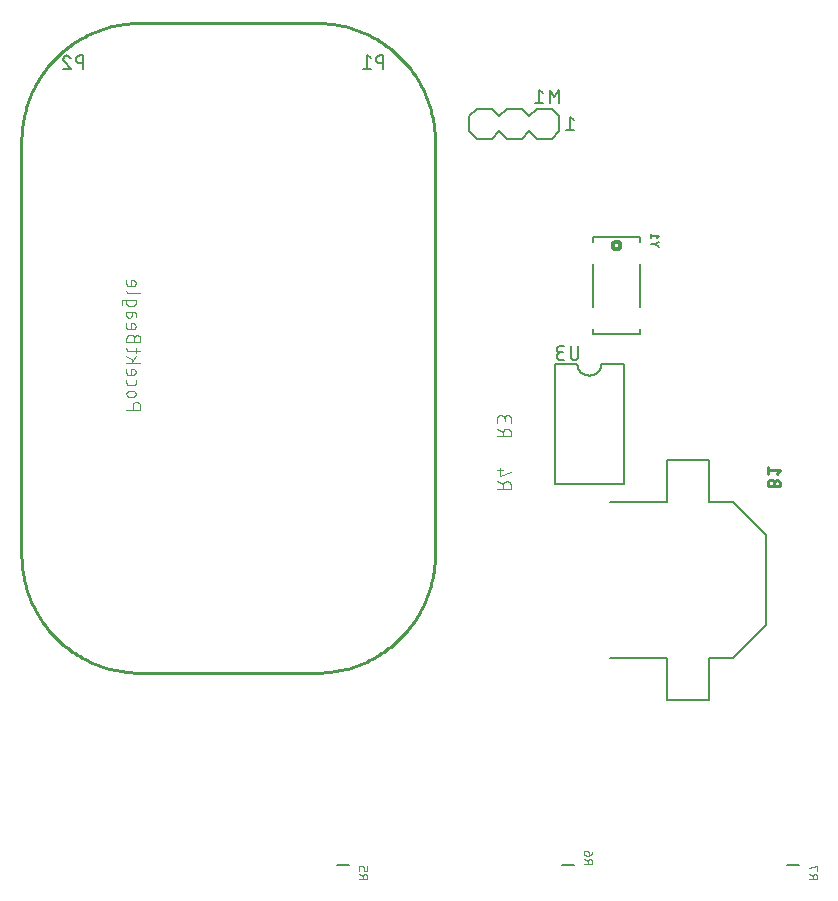
<source format=gbr>
G04 EAGLE Gerber RS-274X export*
G75*
%MOMM*%
%FSLAX34Y34*%
%LPD*%
%INSilkscreen Bottom*%
%IPPOS*%
%AMOC8*
5,1,8,0,0,1.08239X$1,22.5*%
G01*
%ADD10C,0.152400*%
%ADD11C,0.127000*%
%ADD12C,0.101600*%
%ADD13C,0.076200*%
%ADD14C,0.254000*%
%ADD15C,0.203200*%
%ADD16C,0.228600*%
%ADD17C,0.304800*%


D10*
X621030Y728980D02*
X608330Y728980D01*
X601980Y722630D01*
X601980Y709930D02*
X608330Y703580D01*
X601980Y722630D02*
X595630Y728980D01*
X582930Y728980D01*
X576580Y722630D01*
X576580Y709930D02*
X582930Y703580D01*
X595630Y703580D01*
X601980Y709930D01*
X627380Y709930D02*
X627380Y722630D01*
X621030Y728980D01*
X627380Y709930D02*
X621030Y703580D01*
X608330Y703580D01*
X576580Y722630D02*
X570230Y728980D01*
X557530Y728980D01*
X551180Y722630D01*
X551180Y709930D02*
X557530Y703580D01*
X570230Y703580D01*
X576580Y709930D01*
X551180Y709930D02*
X551180Y722630D01*
D11*
X636270Y721995D02*
X639445Y719455D01*
X636270Y721995D02*
X636270Y710565D01*
X639445Y710565D02*
X633095Y710565D01*
X626745Y733425D02*
X626745Y744855D01*
X622935Y738505D01*
X619125Y744855D01*
X619125Y733425D01*
X613537Y742315D02*
X610362Y744855D01*
X610362Y733425D01*
X613537Y733425D02*
X607187Y733425D01*
D12*
X586232Y451545D02*
X574548Y451545D01*
X586232Y451545D02*
X586232Y454790D01*
X586230Y454903D01*
X586224Y455016D01*
X586214Y455129D01*
X586200Y455242D01*
X586183Y455354D01*
X586161Y455465D01*
X586136Y455575D01*
X586106Y455685D01*
X586073Y455793D01*
X586036Y455900D01*
X585996Y456006D01*
X585951Y456110D01*
X585903Y456213D01*
X585852Y456314D01*
X585797Y456413D01*
X585739Y456510D01*
X585677Y456605D01*
X585612Y456698D01*
X585544Y456788D01*
X585473Y456876D01*
X585398Y456962D01*
X585321Y457045D01*
X585241Y457125D01*
X585158Y457202D01*
X585072Y457277D01*
X584984Y457348D01*
X584894Y457416D01*
X584801Y457481D01*
X584706Y457543D01*
X584609Y457601D01*
X584510Y457656D01*
X584409Y457707D01*
X584306Y457755D01*
X584202Y457800D01*
X584096Y457840D01*
X583989Y457877D01*
X583881Y457910D01*
X583771Y457940D01*
X583661Y457965D01*
X583550Y457987D01*
X583438Y458004D01*
X583325Y458018D01*
X583212Y458028D01*
X583099Y458034D01*
X582986Y458036D01*
X582873Y458034D01*
X582760Y458028D01*
X582647Y458018D01*
X582534Y458004D01*
X582422Y457987D01*
X582311Y457965D01*
X582201Y457940D01*
X582091Y457910D01*
X581983Y457877D01*
X581876Y457840D01*
X581770Y457800D01*
X581666Y457755D01*
X581563Y457707D01*
X581462Y457656D01*
X581363Y457601D01*
X581266Y457543D01*
X581171Y457481D01*
X581078Y457416D01*
X580988Y457348D01*
X580900Y457277D01*
X580814Y457202D01*
X580731Y457125D01*
X580651Y457045D01*
X580574Y456962D01*
X580499Y456876D01*
X580428Y456788D01*
X580360Y456698D01*
X580295Y456605D01*
X580233Y456510D01*
X580175Y456413D01*
X580120Y456314D01*
X580069Y456213D01*
X580021Y456110D01*
X579976Y456006D01*
X579936Y455900D01*
X579899Y455793D01*
X579866Y455685D01*
X579836Y455575D01*
X579811Y455465D01*
X579789Y455354D01*
X579772Y455242D01*
X579758Y455129D01*
X579748Y455016D01*
X579742Y454903D01*
X579740Y454790D01*
X579741Y454790D02*
X579741Y451545D01*
X579741Y455439D02*
X574548Y458036D01*
X574548Y462901D02*
X574548Y466146D01*
X574550Y466259D01*
X574556Y466372D01*
X574566Y466485D01*
X574580Y466598D01*
X574597Y466710D01*
X574619Y466821D01*
X574644Y466931D01*
X574674Y467041D01*
X574707Y467149D01*
X574744Y467256D01*
X574784Y467362D01*
X574829Y467466D01*
X574877Y467569D01*
X574928Y467670D01*
X574983Y467769D01*
X575041Y467866D01*
X575103Y467961D01*
X575168Y468054D01*
X575236Y468144D01*
X575307Y468232D01*
X575382Y468318D01*
X575459Y468401D01*
X575539Y468481D01*
X575622Y468558D01*
X575708Y468633D01*
X575796Y468704D01*
X575886Y468772D01*
X575979Y468837D01*
X576074Y468899D01*
X576171Y468957D01*
X576270Y469012D01*
X576371Y469063D01*
X576474Y469111D01*
X576578Y469156D01*
X576684Y469196D01*
X576791Y469233D01*
X576899Y469266D01*
X577009Y469296D01*
X577119Y469321D01*
X577230Y469343D01*
X577342Y469360D01*
X577455Y469374D01*
X577568Y469384D01*
X577681Y469390D01*
X577794Y469392D01*
X577907Y469390D01*
X578020Y469384D01*
X578133Y469374D01*
X578246Y469360D01*
X578358Y469343D01*
X578469Y469321D01*
X578579Y469296D01*
X578689Y469266D01*
X578797Y469233D01*
X578904Y469196D01*
X579010Y469156D01*
X579114Y469111D01*
X579217Y469063D01*
X579318Y469012D01*
X579417Y468957D01*
X579514Y468899D01*
X579609Y468837D01*
X579702Y468772D01*
X579792Y468704D01*
X579880Y468633D01*
X579966Y468558D01*
X580049Y468481D01*
X580129Y468401D01*
X580206Y468318D01*
X580281Y468232D01*
X580352Y468144D01*
X580420Y468054D01*
X580485Y467961D01*
X580547Y467866D01*
X580605Y467769D01*
X580660Y467670D01*
X580711Y467569D01*
X580759Y467466D01*
X580804Y467362D01*
X580844Y467256D01*
X580881Y467149D01*
X580914Y467041D01*
X580944Y466931D01*
X580969Y466821D01*
X580991Y466710D01*
X581008Y466598D01*
X581022Y466485D01*
X581032Y466372D01*
X581038Y466259D01*
X581040Y466146D01*
X586232Y466796D02*
X586232Y462901D01*
X586232Y466796D02*
X586230Y466897D01*
X586224Y466997D01*
X586214Y467097D01*
X586201Y467197D01*
X586183Y467296D01*
X586162Y467395D01*
X586137Y467492D01*
X586108Y467589D01*
X586075Y467684D01*
X586039Y467778D01*
X585999Y467870D01*
X585956Y467961D01*
X585909Y468050D01*
X585859Y468137D01*
X585805Y468223D01*
X585748Y468306D01*
X585688Y468386D01*
X585625Y468465D01*
X585558Y468541D01*
X585489Y468614D01*
X585417Y468684D01*
X585343Y468752D01*
X585266Y468817D01*
X585186Y468878D01*
X585104Y468937D01*
X585020Y468992D01*
X584934Y469044D01*
X584846Y469093D01*
X584756Y469138D01*
X584664Y469180D01*
X584571Y469218D01*
X584476Y469252D01*
X584381Y469283D01*
X584284Y469310D01*
X584186Y469333D01*
X584087Y469353D01*
X583987Y469368D01*
X583887Y469380D01*
X583787Y469388D01*
X583686Y469392D01*
X583586Y469392D01*
X583485Y469388D01*
X583385Y469380D01*
X583285Y469368D01*
X583185Y469353D01*
X583086Y469333D01*
X582988Y469310D01*
X582891Y469283D01*
X582796Y469252D01*
X582701Y469218D01*
X582608Y469180D01*
X582516Y469138D01*
X582426Y469093D01*
X582338Y469044D01*
X582252Y468992D01*
X582168Y468937D01*
X582086Y468878D01*
X582006Y468817D01*
X581929Y468752D01*
X581855Y468684D01*
X581783Y468614D01*
X581714Y468541D01*
X581647Y468465D01*
X581584Y468386D01*
X581524Y468306D01*
X581467Y468223D01*
X581413Y468137D01*
X581363Y468050D01*
X581316Y467961D01*
X581273Y467870D01*
X581233Y467778D01*
X581197Y467684D01*
X581164Y467589D01*
X581135Y467492D01*
X581110Y467395D01*
X581089Y467296D01*
X581071Y467197D01*
X581058Y467097D01*
X581048Y466997D01*
X581042Y466897D01*
X581040Y466796D01*
X581039Y466796D02*
X581039Y464199D01*
X586232Y406908D02*
X574548Y406908D01*
X586232Y406908D02*
X586232Y410154D01*
X586230Y410267D01*
X586224Y410380D01*
X586214Y410493D01*
X586200Y410606D01*
X586183Y410718D01*
X586161Y410829D01*
X586136Y410939D01*
X586106Y411049D01*
X586073Y411157D01*
X586036Y411264D01*
X585996Y411370D01*
X585951Y411474D01*
X585903Y411577D01*
X585852Y411678D01*
X585797Y411777D01*
X585739Y411874D01*
X585677Y411969D01*
X585612Y412062D01*
X585544Y412152D01*
X585473Y412240D01*
X585398Y412326D01*
X585321Y412409D01*
X585241Y412489D01*
X585158Y412566D01*
X585072Y412641D01*
X584984Y412712D01*
X584894Y412780D01*
X584801Y412845D01*
X584706Y412907D01*
X584609Y412965D01*
X584510Y413020D01*
X584409Y413071D01*
X584306Y413119D01*
X584202Y413164D01*
X584096Y413204D01*
X583989Y413241D01*
X583881Y413274D01*
X583771Y413304D01*
X583661Y413329D01*
X583550Y413351D01*
X583438Y413368D01*
X583325Y413382D01*
X583212Y413392D01*
X583099Y413398D01*
X582986Y413400D01*
X582873Y413398D01*
X582760Y413392D01*
X582647Y413382D01*
X582534Y413368D01*
X582422Y413351D01*
X582311Y413329D01*
X582201Y413304D01*
X582091Y413274D01*
X581983Y413241D01*
X581876Y413204D01*
X581770Y413164D01*
X581666Y413119D01*
X581563Y413071D01*
X581462Y413020D01*
X581363Y412965D01*
X581266Y412907D01*
X581171Y412845D01*
X581078Y412780D01*
X580988Y412712D01*
X580900Y412641D01*
X580814Y412566D01*
X580731Y412489D01*
X580651Y412409D01*
X580574Y412326D01*
X580499Y412240D01*
X580428Y412152D01*
X580360Y412062D01*
X580295Y411969D01*
X580233Y411874D01*
X580175Y411777D01*
X580120Y411678D01*
X580069Y411577D01*
X580021Y411474D01*
X579976Y411370D01*
X579936Y411264D01*
X579899Y411157D01*
X579866Y411049D01*
X579836Y410939D01*
X579811Y410829D01*
X579789Y410718D01*
X579772Y410606D01*
X579758Y410493D01*
X579748Y410380D01*
X579742Y410267D01*
X579740Y410154D01*
X579741Y410154D02*
X579741Y406908D01*
X579741Y410803D02*
X574548Y413399D01*
X577144Y418264D02*
X586232Y420861D01*
X577144Y418264D02*
X577144Y424755D01*
X579741Y422808D02*
X574548Y422808D01*
D11*
X449580Y88900D02*
X439420Y88900D01*
D13*
X457581Y76581D02*
X464947Y76581D01*
X464947Y78627D01*
X464945Y78716D01*
X464939Y78805D01*
X464929Y78894D01*
X464916Y78982D01*
X464899Y79070D01*
X464877Y79157D01*
X464852Y79242D01*
X464824Y79327D01*
X464791Y79410D01*
X464755Y79492D01*
X464716Y79572D01*
X464673Y79650D01*
X464627Y79726D01*
X464577Y79801D01*
X464524Y79873D01*
X464468Y79942D01*
X464409Y80009D01*
X464348Y80074D01*
X464283Y80135D01*
X464216Y80194D01*
X464147Y80250D01*
X464075Y80303D01*
X464000Y80353D01*
X463924Y80399D01*
X463846Y80442D01*
X463766Y80481D01*
X463684Y80517D01*
X463601Y80550D01*
X463516Y80578D01*
X463431Y80603D01*
X463344Y80625D01*
X463256Y80642D01*
X463168Y80655D01*
X463079Y80665D01*
X462990Y80671D01*
X462901Y80673D01*
X462812Y80671D01*
X462723Y80665D01*
X462634Y80655D01*
X462546Y80642D01*
X462458Y80625D01*
X462371Y80603D01*
X462286Y80578D01*
X462201Y80550D01*
X462118Y80517D01*
X462036Y80481D01*
X461956Y80442D01*
X461878Y80399D01*
X461802Y80353D01*
X461727Y80303D01*
X461655Y80250D01*
X461586Y80194D01*
X461519Y80135D01*
X461454Y80074D01*
X461393Y80009D01*
X461334Y79942D01*
X461278Y79873D01*
X461225Y79801D01*
X461175Y79726D01*
X461129Y79650D01*
X461086Y79572D01*
X461047Y79492D01*
X461011Y79410D01*
X460978Y79327D01*
X460950Y79242D01*
X460925Y79157D01*
X460903Y79070D01*
X460886Y78982D01*
X460873Y78894D01*
X460863Y78805D01*
X460857Y78716D01*
X460855Y78627D01*
X460855Y76581D01*
X460855Y79036D02*
X457581Y80673D01*
X457581Y83845D02*
X457581Y86300D01*
X457583Y86380D01*
X457589Y86460D01*
X457599Y86540D01*
X457612Y86619D01*
X457630Y86698D01*
X457651Y86775D01*
X457677Y86851D01*
X457706Y86926D01*
X457738Y87000D01*
X457774Y87072D01*
X457814Y87142D01*
X457857Y87209D01*
X457903Y87275D01*
X457953Y87338D01*
X458005Y87399D01*
X458060Y87458D01*
X458119Y87513D01*
X458179Y87565D01*
X458243Y87615D01*
X458309Y87661D01*
X458376Y87704D01*
X458446Y87744D01*
X458518Y87780D01*
X458592Y87812D01*
X458666Y87841D01*
X458743Y87867D01*
X458820Y87888D01*
X458899Y87906D01*
X458978Y87919D01*
X459058Y87929D01*
X459138Y87935D01*
X459218Y87937D01*
X460036Y87937D01*
X460114Y87935D01*
X460192Y87930D01*
X460269Y87920D01*
X460346Y87907D01*
X460422Y87891D01*
X460497Y87871D01*
X460571Y87847D01*
X460644Y87820D01*
X460716Y87789D01*
X460786Y87755D01*
X460855Y87718D01*
X460921Y87677D01*
X460986Y87633D01*
X461048Y87587D01*
X461108Y87537D01*
X461166Y87485D01*
X461221Y87430D01*
X461273Y87372D01*
X461323Y87312D01*
X461369Y87250D01*
X461413Y87185D01*
X461454Y87119D01*
X461491Y87050D01*
X461525Y86980D01*
X461556Y86908D01*
X461583Y86835D01*
X461607Y86761D01*
X461627Y86686D01*
X461643Y86610D01*
X461656Y86533D01*
X461666Y86456D01*
X461671Y86378D01*
X461673Y86300D01*
X461673Y83845D01*
X464947Y83845D01*
X464947Y87937D01*
D11*
X629920Y88900D02*
X640080Y88900D01*
D13*
X648081Y89281D02*
X655447Y89281D01*
X655447Y91327D01*
X655445Y91416D01*
X655439Y91505D01*
X655429Y91594D01*
X655416Y91682D01*
X655399Y91770D01*
X655377Y91857D01*
X655352Y91942D01*
X655324Y92027D01*
X655291Y92110D01*
X655255Y92192D01*
X655216Y92272D01*
X655173Y92350D01*
X655127Y92426D01*
X655077Y92501D01*
X655024Y92573D01*
X654968Y92642D01*
X654909Y92709D01*
X654848Y92774D01*
X654783Y92835D01*
X654716Y92894D01*
X654647Y92950D01*
X654575Y93003D01*
X654500Y93053D01*
X654424Y93099D01*
X654346Y93142D01*
X654266Y93181D01*
X654184Y93217D01*
X654101Y93250D01*
X654016Y93278D01*
X653931Y93303D01*
X653844Y93325D01*
X653756Y93342D01*
X653668Y93355D01*
X653579Y93365D01*
X653490Y93371D01*
X653401Y93373D01*
X653312Y93371D01*
X653223Y93365D01*
X653134Y93355D01*
X653046Y93342D01*
X652958Y93325D01*
X652871Y93303D01*
X652786Y93278D01*
X652701Y93250D01*
X652618Y93217D01*
X652536Y93181D01*
X652456Y93142D01*
X652378Y93099D01*
X652302Y93053D01*
X652227Y93003D01*
X652155Y92950D01*
X652086Y92894D01*
X652019Y92835D01*
X651954Y92774D01*
X651893Y92709D01*
X651834Y92642D01*
X651778Y92573D01*
X651725Y92501D01*
X651675Y92426D01*
X651629Y92350D01*
X651586Y92272D01*
X651547Y92192D01*
X651511Y92110D01*
X651478Y92027D01*
X651450Y91942D01*
X651425Y91857D01*
X651403Y91770D01*
X651386Y91682D01*
X651373Y91594D01*
X651363Y91505D01*
X651357Y91416D01*
X651355Y91327D01*
X651355Y89281D01*
X651355Y91736D02*
X648081Y93373D01*
X652173Y96545D02*
X652173Y99000D01*
X652171Y99078D01*
X652166Y99156D01*
X652156Y99233D01*
X652143Y99310D01*
X652127Y99386D01*
X652107Y99461D01*
X652083Y99535D01*
X652056Y99608D01*
X652025Y99680D01*
X651991Y99750D01*
X651954Y99819D01*
X651913Y99885D01*
X651869Y99950D01*
X651823Y100012D01*
X651773Y100072D01*
X651721Y100130D01*
X651666Y100185D01*
X651608Y100237D01*
X651548Y100287D01*
X651486Y100333D01*
X651421Y100377D01*
X651355Y100418D01*
X651286Y100455D01*
X651216Y100489D01*
X651144Y100520D01*
X651071Y100547D01*
X650997Y100571D01*
X650922Y100591D01*
X650846Y100607D01*
X650769Y100620D01*
X650692Y100630D01*
X650614Y100635D01*
X650536Y100637D01*
X650127Y100637D01*
X650038Y100635D01*
X649949Y100629D01*
X649860Y100619D01*
X649772Y100606D01*
X649684Y100589D01*
X649597Y100567D01*
X649512Y100542D01*
X649427Y100514D01*
X649344Y100481D01*
X649262Y100445D01*
X649182Y100406D01*
X649104Y100363D01*
X649028Y100317D01*
X648953Y100267D01*
X648881Y100214D01*
X648812Y100158D01*
X648745Y100099D01*
X648680Y100038D01*
X648619Y99973D01*
X648560Y99906D01*
X648504Y99837D01*
X648451Y99765D01*
X648401Y99690D01*
X648355Y99614D01*
X648312Y99536D01*
X648273Y99456D01*
X648237Y99374D01*
X648204Y99291D01*
X648176Y99206D01*
X648151Y99121D01*
X648129Y99034D01*
X648112Y98946D01*
X648099Y98858D01*
X648089Y98769D01*
X648083Y98680D01*
X648081Y98591D01*
X648083Y98502D01*
X648089Y98413D01*
X648099Y98324D01*
X648112Y98236D01*
X648129Y98148D01*
X648151Y98061D01*
X648176Y97976D01*
X648204Y97891D01*
X648237Y97808D01*
X648273Y97726D01*
X648312Y97646D01*
X648355Y97568D01*
X648401Y97492D01*
X648451Y97417D01*
X648504Y97345D01*
X648560Y97276D01*
X648619Y97209D01*
X648680Y97144D01*
X648745Y97083D01*
X648812Y97024D01*
X648881Y96968D01*
X648953Y96915D01*
X649028Y96865D01*
X649104Y96819D01*
X649182Y96776D01*
X649262Y96737D01*
X649344Y96701D01*
X649427Y96668D01*
X649512Y96640D01*
X649597Y96615D01*
X649684Y96593D01*
X649772Y96576D01*
X649860Y96563D01*
X649949Y96553D01*
X650038Y96547D01*
X650127Y96545D01*
X652173Y96545D01*
X652287Y96547D01*
X652401Y96553D01*
X652515Y96563D01*
X652629Y96577D01*
X652742Y96595D01*
X652854Y96617D01*
X652965Y96642D01*
X653075Y96672D01*
X653185Y96705D01*
X653293Y96742D01*
X653399Y96783D01*
X653505Y96828D01*
X653608Y96876D01*
X653710Y96928D01*
X653810Y96984D01*
X653908Y97042D01*
X654004Y97105D01*
X654097Y97170D01*
X654189Y97239D01*
X654277Y97311D01*
X654364Y97386D01*
X654447Y97464D01*
X654528Y97545D01*
X654606Y97628D01*
X654681Y97715D01*
X654753Y97803D01*
X654822Y97895D01*
X654887Y97988D01*
X654949Y98084D01*
X655008Y98182D01*
X655064Y98282D01*
X655116Y98384D01*
X655164Y98487D01*
X655209Y98593D01*
X655250Y98699D01*
X655287Y98807D01*
X655320Y98917D01*
X655350Y99027D01*
X655375Y99138D01*
X655397Y99250D01*
X655415Y99363D01*
X655429Y99477D01*
X655439Y99591D01*
X655445Y99705D01*
X655447Y99819D01*
D11*
X820420Y88900D02*
X830580Y88900D01*
D13*
X838581Y76581D02*
X845947Y76581D01*
X845947Y78627D01*
X845945Y78716D01*
X845939Y78805D01*
X845929Y78894D01*
X845916Y78982D01*
X845899Y79070D01*
X845877Y79157D01*
X845852Y79242D01*
X845824Y79327D01*
X845791Y79410D01*
X845755Y79492D01*
X845716Y79572D01*
X845673Y79650D01*
X845627Y79726D01*
X845577Y79801D01*
X845524Y79873D01*
X845468Y79942D01*
X845409Y80009D01*
X845348Y80074D01*
X845283Y80135D01*
X845216Y80194D01*
X845147Y80250D01*
X845075Y80303D01*
X845000Y80353D01*
X844924Y80399D01*
X844846Y80442D01*
X844766Y80481D01*
X844684Y80517D01*
X844601Y80550D01*
X844516Y80578D01*
X844431Y80603D01*
X844344Y80625D01*
X844256Y80642D01*
X844168Y80655D01*
X844079Y80665D01*
X843990Y80671D01*
X843901Y80673D01*
X843812Y80671D01*
X843723Y80665D01*
X843634Y80655D01*
X843546Y80642D01*
X843458Y80625D01*
X843371Y80603D01*
X843286Y80578D01*
X843201Y80550D01*
X843118Y80517D01*
X843036Y80481D01*
X842956Y80442D01*
X842878Y80399D01*
X842802Y80353D01*
X842727Y80303D01*
X842655Y80250D01*
X842586Y80194D01*
X842519Y80135D01*
X842454Y80074D01*
X842393Y80009D01*
X842334Y79942D01*
X842278Y79873D01*
X842225Y79801D01*
X842175Y79726D01*
X842129Y79650D01*
X842086Y79572D01*
X842047Y79492D01*
X842011Y79410D01*
X841978Y79327D01*
X841950Y79242D01*
X841925Y79157D01*
X841903Y79070D01*
X841886Y78982D01*
X841873Y78894D01*
X841863Y78805D01*
X841857Y78716D01*
X841855Y78627D01*
X841855Y76581D01*
X841855Y79036D02*
X838581Y80673D01*
X845129Y83845D02*
X845947Y83845D01*
X845947Y87937D01*
X838581Y85891D01*
D14*
X171970Y351370D02*
X171970Y701370D01*
X171999Y703786D01*
X172087Y706201D01*
X172233Y708613D01*
X172437Y711021D01*
X172699Y713424D01*
X173019Y715819D01*
X173397Y718206D01*
X173833Y720583D01*
X174326Y722948D01*
X174876Y725302D01*
X175482Y727641D01*
X176145Y729965D01*
X176864Y732272D01*
X177639Y734561D01*
X178468Y736830D01*
X179353Y739079D01*
X180291Y741306D01*
X181283Y743510D01*
X182327Y745689D01*
X183424Y747842D01*
X184573Y749968D01*
X185773Y752066D01*
X187023Y754134D01*
X188323Y756171D01*
X189672Y758176D01*
X191068Y760149D01*
X192512Y762086D01*
X194003Y763989D01*
X195538Y765854D01*
X197119Y767682D01*
X198743Y769472D01*
X200410Y771221D01*
X202119Y772930D01*
X203868Y774597D01*
X205658Y776221D01*
X207486Y777802D01*
X209351Y779337D01*
X211254Y780828D01*
X213191Y782272D01*
X215164Y783668D01*
X217169Y785017D01*
X219206Y786317D01*
X221274Y787567D01*
X223372Y788767D01*
X225498Y789916D01*
X227651Y791013D01*
X229830Y792057D01*
X232034Y793049D01*
X234261Y793987D01*
X236510Y794872D01*
X238779Y795701D01*
X241068Y796476D01*
X243375Y797195D01*
X245699Y797858D01*
X248038Y798464D01*
X250392Y799014D01*
X252757Y799507D01*
X255134Y799943D01*
X257521Y800321D01*
X259916Y800641D01*
X262319Y800903D01*
X264727Y801107D01*
X267139Y801253D01*
X269554Y801341D01*
X271970Y801370D01*
X421970Y801370D01*
X424386Y801341D01*
X426801Y801253D01*
X429213Y801107D01*
X431621Y800903D01*
X434024Y800641D01*
X436419Y800321D01*
X438806Y799943D01*
X441183Y799507D01*
X443548Y799014D01*
X445902Y798464D01*
X448241Y797858D01*
X450565Y797195D01*
X452872Y796476D01*
X455161Y795701D01*
X457430Y794872D01*
X459679Y793987D01*
X461906Y793049D01*
X464110Y792057D01*
X466289Y791013D01*
X468442Y789916D01*
X470568Y788767D01*
X472666Y787567D01*
X474734Y786317D01*
X476771Y785017D01*
X478776Y783668D01*
X480749Y782272D01*
X482686Y780828D01*
X484589Y779337D01*
X486454Y777802D01*
X488282Y776221D01*
X490072Y774597D01*
X491821Y772930D01*
X493530Y771221D01*
X495197Y769472D01*
X496821Y767682D01*
X498402Y765854D01*
X499937Y763989D01*
X501428Y762086D01*
X502872Y760149D01*
X504268Y758176D01*
X505617Y756171D01*
X506917Y754134D01*
X508167Y752066D01*
X509367Y749968D01*
X510516Y747842D01*
X511613Y745689D01*
X512657Y743510D01*
X513649Y741306D01*
X514587Y739079D01*
X515472Y736830D01*
X516301Y734561D01*
X517076Y732272D01*
X517795Y729965D01*
X518458Y727641D01*
X519064Y725302D01*
X519614Y722948D01*
X520107Y720583D01*
X520543Y718206D01*
X520921Y715819D01*
X521241Y713424D01*
X521503Y711021D01*
X521707Y708613D01*
X521853Y706201D01*
X521941Y703786D01*
X521970Y701370D01*
X521970Y351370D01*
X521941Y348954D01*
X521853Y346539D01*
X521707Y344127D01*
X521503Y341719D01*
X521241Y339316D01*
X520921Y336921D01*
X520543Y334534D01*
X520107Y332157D01*
X519614Y329792D01*
X519064Y327438D01*
X518458Y325099D01*
X517795Y322775D01*
X517076Y320468D01*
X516301Y318179D01*
X515472Y315910D01*
X514587Y313661D01*
X513649Y311434D01*
X512657Y309230D01*
X511613Y307051D01*
X510516Y304898D01*
X509367Y302772D01*
X508167Y300674D01*
X506917Y298606D01*
X505617Y296569D01*
X504268Y294564D01*
X502872Y292591D01*
X501428Y290654D01*
X499937Y288751D01*
X498402Y286886D01*
X496821Y285058D01*
X495197Y283268D01*
X493530Y281519D01*
X491821Y279810D01*
X490072Y278143D01*
X488282Y276519D01*
X486454Y274938D01*
X484589Y273403D01*
X482686Y271912D01*
X480749Y270468D01*
X478776Y269072D01*
X476771Y267723D01*
X474734Y266423D01*
X472666Y265173D01*
X470568Y263973D01*
X468442Y262824D01*
X466289Y261727D01*
X464110Y260683D01*
X461906Y259691D01*
X459679Y258753D01*
X457430Y257868D01*
X455161Y257039D01*
X452872Y256264D01*
X450565Y255545D01*
X448241Y254882D01*
X445902Y254276D01*
X443548Y253726D01*
X441183Y253233D01*
X438806Y252797D01*
X436419Y252419D01*
X434024Y252099D01*
X431621Y251837D01*
X429213Y251633D01*
X426801Y251487D01*
X424386Y251399D01*
X421970Y251370D01*
X271970Y251370D01*
X269554Y251399D01*
X267139Y251487D01*
X264727Y251633D01*
X262319Y251837D01*
X259916Y252099D01*
X257521Y252419D01*
X255134Y252797D01*
X252757Y253233D01*
X250392Y253726D01*
X248038Y254276D01*
X245699Y254882D01*
X243375Y255545D01*
X241068Y256264D01*
X238779Y257039D01*
X236510Y257868D01*
X234261Y258753D01*
X232034Y259691D01*
X229830Y260683D01*
X227651Y261727D01*
X225498Y262824D01*
X223372Y263973D01*
X221274Y265173D01*
X219206Y266423D01*
X217169Y267723D01*
X215164Y269072D01*
X213191Y270468D01*
X211254Y271912D01*
X209351Y273403D01*
X207486Y274938D01*
X205658Y276519D01*
X203868Y278143D01*
X202119Y279810D01*
X200410Y281519D01*
X198743Y283268D01*
X197119Y285058D01*
X195538Y286886D01*
X194003Y288751D01*
X192512Y290654D01*
X191068Y292591D01*
X189672Y294564D01*
X188323Y296569D01*
X187023Y298606D01*
X185773Y300674D01*
X184573Y302772D01*
X183424Y304898D01*
X182327Y307051D01*
X181283Y309230D01*
X180291Y311434D01*
X179353Y313661D01*
X178468Y315910D01*
X177639Y318179D01*
X176864Y320468D01*
X176145Y322775D01*
X175482Y325099D01*
X174876Y327438D01*
X174326Y329792D01*
X173833Y332157D01*
X173397Y334534D01*
X173019Y336921D01*
X172699Y339316D01*
X172437Y341719D01*
X172233Y344127D01*
X172087Y346539D01*
X171999Y348954D01*
X171970Y351370D01*
D10*
X478423Y762762D02*
X478423Y773938D01*
X475319Y773938D01*
X475208Y773936D01*
X475098Y773930D01*
X474987Y773920D01*
X474877Y773906D01*
X474768Y773889D01*
X474659Y773867D01*
X474551Y773842D01*
X474445Y773812D01*
X474339Y773779D01*
X474234Y773742D01*
X474131Y773702D01*
X474030Y773657D01*
X473930Y773610D01*
X473831Y773558D01*
X473735Y773503D01*
X473641Y773445D01*
X473549Y773384D01*
X473459Y773319D01*
X473371Y773251D01*
X473286Y773180D01*
X473204Y773106D01*
X473124Y773029D01*
X473047Y772949D01*
X472973Y772867D01*
X472902Y772782D01*
X472834Y772694D01*
X472769Y772604D01*
X472708Y772512D01*
X472650Y772418D01*
X472595Y772322D01*
X472543Y772223D01*
X472496Y772123D01*
X472451Y772022D01*
X472411Y771919D01*
X472374Y771814D01*
X472341Y771708D01*
X472311Y771602D01*
X472286Y771494D01*
X472264Y771385D01*
X472247Y771276D01*
X472233Y771166D01*
X472223Y771055D01*
X472217Y770945D01*
X472215Y770834D01*
X472217Y770723D01*
X472223Y770613D01*
X472233Y770502D01*
X472247Y770392D01*
X472264Y770283D01*
X472286Y770174D01*
X472311Y770066D01*
X472341Y769960D01*
X472374Y769854D01*
X472411Y769749D01*
X472451Y769646D01*
X472496Y769545D01*
X472543Y769445D01*
X472595Y769346D01*
X472650Y769250D01*
X472708Y769156D01*
X472769Y769064D01*
X472834Y768974D01*
X472902Y768886D01*
X472973Y768801D01*
X473047Y768719D01*
X473124Y768639D01*
X473204Y768562D01*
X473286Y768488D01*
X473371Y768417D01*
X473459Y768349D01*
X473549Y768284D01*
X473641Y768223D01*
X473735Y768165D01*
X473831Y768110D01*
X473930Y768058D01*
X474030Y768011D01*
X474131Y767966D01*
X474234Y767926D01*
X474339Y767889D01*
X474445Y767856D01*
X474551Y767826D01*
X474659Y767801D01*
X474768Y767779D01*
X474877Y767762D01*
X474987Y767748D01*
X475098Y767738D01*
X475208Y767732D01*
X475319Y767730D01*
X475319Y767729D02*
X478423Y767729D01*
X467586Y771454D02*
X464481Y773938D01*
X464481Y762762D01*
X461377Y762762D02*
X467586Y762762D01*
X224423Y762762D02*
X224423Y773938D01*
X221319Y773938D01*
X221208Y773936D01*
X221098Y773930D01*
X220987Y773920D01*
X220877Y773906D01*
X220768Y773889D01*
X220659Y773867D01*
X220551Y773842D01*
X220445Y773812D01*
X220339Y773779D01*
X220234Y773742D01*
X220131Y773702D01*
X220030Y773657D01*
X219930Y773610D01*
X219831Y773558D01*
X219735Y773503D01*
X219641Y773445D01*
X219549Y773384D01*
X219459Y773319D01*
X219371Y773251D01*
X219286Y773180D01*
X219204Y773106D01*
X219124Y773029D01*
X219047Y772949D01*
X218973Y772867D01*
X218902Y772782D01*
X218834Y772694D01*
X218769Y772604D01*
X218708Y772512D01*
X218650Y772418D01*
X218595Y772322D01*
X218543Y772223D01*
X218496Y772123D01*
X218451Y772022D01*
X218411Y771919D01*
X218374Y771814D01*
X218341Y771708D01*
X218311Y771602D01*
X218286Y771494D01*
X218264Y771385D01*
X218247Y771276D01*
X218233Y771166D01*
X218223Y771055D01*
X218217Y770945D01*
X218215Y770834D01*
X218217Y770723D01*
X218223Y770613D01*
X218233Y770502D01*
X218247Y770392D01*
X218264Y770283D01*
X218286Y770174D01*
X218311Y770066D01*
X218341Y769960D01*
X218374Y769854D01*
X218411Y769749D01*
X218451Y769646D01*
X218496Y769545D01*
X218543Y769445D01*
X218595Y769346D01*
X218650Y769250D01*
X218708Y769156D01*
X218769Y769064D01*
X218834Y768974D01*
X218902Y768886D01*
X218973Y768801D01*
X219047Y768719D01*
X219124Y768639D01*
X219204Y768562D01*
X219286Y768488D01*
X219371Y768417D01*
X219459Y768349D01*
X219549Y768284D01*
X219641Y768223D01*
X219735Y768165D01*
X219831Y768110D01*
X219930Y768058D01*
X220030Y768011D01*
X220131Y767966D01*
X220234Y767926D01*
X220339Y767889D01*
X220445Y767856D01*
X220551Y767826D01*
X220659Y767801D01*
X220768Y767779D01*
X220877Y767762D01*
X220987Y767748D01*
X221098Y767738D01*
X221208Y767732D01*
X221319Y767730D01*
X221319Y767729D02*
X224423Y767729D01*
X210171Y773938D02*
X210067Y773936D01*
X209962Y773930D01*
X209858Y773920D01*
X209755Y773907D01*
X209652Y773889D01*
X209549Y773868D01*
X209448Y773843D01*
X209347Y773814D01*
X209248Y773781D01*
X209150Y773745D01*
X209054Y773705D01*
X208959Y773661D01*
X208865Y773614D01*
X208774Y773564D01*
X208685Y773510D01*
X208597Y773453D01*
X208512Y773392D01*
X208429Y773328D01*
X208349Y773262D01*
X208271Y773192D01*
X208195Y773120D01*
X208123Y773044D01*
X208053Y772966D01*
X207987Y772886D01*
X207923Y772803D01*
X207862Y772718D01*
X207805Y772630D01*
X207751Y772541D01*
X207701Y772450D01*
X207654Y772356D01*
X207610Y772261D01*
X207570Y772165D01*
X207534Y772067D01*
X207501Y771968D01*
X207472Y771867D01*
X207447Y771766D01*
X207426Y771663D01*
X207408Y771560D01*
X207395Y771457D01*
X207385Y771353D01*
X207379Y771248D01*
X207377Y771144D01*
X210171Y773939D02*
X210290Y773937D01*
X210408Y773931D01*
X210527Y773921D01*
X210645Y773908D01*
X210762Y773890D01*
X210879Y773868D01*
X210995Y773843D01*
X211110Y773814D01*
X211225Y773781D01*
X211338Y773744D01*
X211449Y773704D01*
X211560Y773660D01*
X211668Y773612D01*
X211775Y773561D01*
X211881Y773506D01*
X211984Y773447D01*
X212086Y773386D01*
X212185Y773321D01*
X212283Y773252D01*
X212377Y773181D01*
X212470Y773106D01*
X212560Y773029D01*
X212647Y772948D01*
X212732Y772865D01*
X212814Y772779D01*
X212893Y772690D01*
X212969Y772599D01*
X213042Y772505D01*
X213111Y772409D01*
X213178Y772310D01*
X213241Y772210D01*
X213301Y772107D01*
X213358Y772003D01*
X213410Y771896D01*
X213460Y771788D01*
X213506Y771679D01*
X213548Y771567D01*
X213586Y771455D01*
X208308Y768971D02*
X208233Y769045D01*
X208161Y769122D01*
X208091Y769201D01*
X208024Y769283D01*
X207960Y769367D01*
X207899Y769453D01*
X207841Y769541D01*
X207786Y769632D01*
X207734Y769724D01*
X207686Y769818D01*
X207641Y769913D01*
X207599Y770011D01*
X207561Y770109D01*
X207526Y770209D01*
X207495Y770310D01*
X207468Y770412D01*
X207444Y770515D01*
X207423Y770618D01*
X207407Y770723D01*
X207394Y770828D01*
X207384Y770933D01*
X207379Y771038D01*
X207377Y771144D01*
X208308Y768971D02*
X213586Y762762D01*
X207377Y762762D01*
D12*
X260858Y474007D02*
X272542Y474007D01*
X272542Y477252D01*
X272540Y477365D01*
X272534Y477478D01*
X272524Y477591D01*
X272510Y477704D01*
X272493Y477816D01*
X272471Y477927D01*
X272446Y478037D01*
X272416Y478147D01*
X272383Y478255D01*
X272346Y478362D01*
X272306Y478468D01*
X272261Y478572D01*
X272213Y478675D01*
X272162Y478776D01*
X272107Y478875D01*
X272049Y478972D01*
X271987Y479067D01*
X271922Y479160D01*
X271854Y479250D01*
X271783Y479338D01*
X271708Y479424D01*
X271631Y479507D01*
X271551Y479587D01*
X271468Y479664D01*
X271382Y479739D01*
X271294Y479810D01*
X271204Y479878D01*
X271111Y479943D01*
X271016Y480005D01*
X270919Y480063D01*
X270820Y480118D01*
X270719Y480169D01*
X270616Y480217D01*
X270512Y480262D01*
X270406Y480302D01*
X270299Y480339D01*
X270191Y480372D01*
X270081Y480402D01*
X269971Y480427D01*
X269860Y480449D01*
X269748Y480466D01*
X269635Y480480D01*
X269522Y480490D01*
X269409Y480496D01*
X269296Y480498D01*
X269183Y480496D01*
X269070Y480490D01*
X268957Y480480D01*
X268844Y480466D01*
X268732Y480449D01*
X268621Y480427D01*
X268511Y480402D01*
X268401Y480372D01*
X268293Y480339D01*
X268186Y480302D01*
X268080Y480262D01*
X267976Y480217D01*
X267873Y480169D01*
X267772Y480118D01*
X267673Y480063D01*
X267576Y480005D01*
X267481Y479943D01*
X267388Y479878D01*
X267298Y479810D01*
X267210Y479739D01*
X267124Y479664D01*
X267041Y479587D01*
X266961Y479507D01*
X266884Y479424D01*
X266809Y479338D01*
X266738Y479250D01*
X266670Y479160D01*
X266605Y479067D01*
X266543Y478972D01*
X266485Y478875D01*
X266430Y478776D01*
X266379Y478675D01*
X266331Y478572D01*
X266286Y478468D01*
X266246Y478362D01*
X266209Y478255D01*
X266176Y478147D01*
X266146Y478037D01*
X266121Y477927D01*
X266099Y477816D01*
X266082Y477704D01*
X266068Y477591D01*
X266058Y477478D01*
X266052Y477365D01*
X266050Y477252D01*
X266051Y477252D02*
X266051Y474007D01*
X266051Y484773D02*
X263454Y484773D01*
X266051Y484774D02*
X266152Y484776D01*
X266252Y484782D01*
X266352Y484792D01*
X266452Y484805D01*
X266551Y484823D01*
X266650Y484844D01*
X266747Y484869D01*
X266844Y484898D01*
X266939Y484931D01*
X267033Y484967D01*
X267125Y485007D01*
X267216Y485050D01*
X267305Y485097D01*
X267392Y485147D01*
X267478Y485201D01*
X267561Y485258D01*
X267641Y485318D01*
X267720Y485381D01*
X267796Y485448D01*
X267869Y485517D01*
X267939Y485589D01*
X268007Y485663D01*
X268072Y485740D01*
X268133Y485820D01*
X268192Y485902D01*
X268247Y485986D01*
X268299Y486072D01*
X268348Y486160D01*
X268393Y486250D01*
X268435Y486342D01*
X268473Y486435D01*
X268507Y486530D01*
X268538Y486625D01*
X268565Y486722D01*
X268588Y486820D01*
X268608Y486919D01*
X268623Y487019D01*
X268635Y487119D01*
X268643Y487219D01*
X268647Y487320D01*
X268647Y487420D01*
X268643Y487521D01*
X268635Y487621D01*
X268623Y487721D01*
X268608Y487821D01*
X268588Y487920D01*
X268565Y488018D01*
X268538Y488115D01*
X268507Y488210D01*
X268473Y488305D01*
X268435Y488398D01*
X268393Y488490D01*
X268348Y488580D01*
X268299Y488668D01*
X268247Y488754D01*
X268192Y488838D01*
X268133Y488920D01*
X268072Y489000D01*
X268007Y489077D01*
X267939Y489151D01*
X267869Y489223D01*
X267796Y489292D01*
X267720Y489359D01*
X267641Y489422D01*
X267561Y489482D01*
X267478Y489539D01*
X267392Y489593D01*
X267305Y489643D01*
X267216Y489690D01*
X267125Y489733D01*
X267033Y489773D01*
X266939Y489809D01*
X266844Y489842D01*
X266747Y489871D01*
X266650Y489896D01*
X266551Y489917D01*
X266452Y489935D01*
X266352Y489948D01*
X266252Y489958D01*
X266152Y489964D01*
X266051Y489966D01*
X263454Y489966D01*
X263353Y489964D01*
X263253Y489958D01*
X263153Y489948D01*
X263053Y489935D01*
X262954Y489917D01*
X262855Y489896D01*
X262758Y489871D01*
X262661Y489842D01*
X262566Y489809D01*
X262472Y489773D01*
X262380Y489733D01*
X262289Y489690D01*
X262200Y489643D01*
X262113Y489593D01*
X262027Y489539D01*
X261944Y489482D01*
X261864Y489422D01*
X261785Y489359D01*
X261709Y489292D01*
X261636Y489223D01*
X261566Y489151D01*
X261498Y489077D01*
X261433Y489000D01*
X261372Y488920D01*
X261313Y488838D01*
X261258Y488754D01*
X261206Y488668D01*
X261157Y488580D01*
X261112Y488490D01*
X261070Y488398D01*
X261032Y488305D01*
X260998Y488210D01*
X260967Y488115D01*
X260940Y488018D01*
X260917Y487920D01*
X260897Y487821D01*
X260882Y487721D01*
X260870Y487621D01*
X260862Y487521D01*
X260858Y487420D01*
X260858Y487320D01*
X260862Y487219D01*
X260870Y487119D01*
X260882Y487019D01*
X260897Y486919D01*
X260917Y486820D01*
X260940Y486722D01*
X260967Y486625D01*
X260998Y486530D01*
X261032Y486435D01*
X261070Y486342D01*
X261112Y486250D01*
X261157Y486160D01*
X261206Y486072D01*
X261258Y485986D01*
X261313Y485902D01*
X261372Y485820D01*
X261433Y485740D01*
X261498Y485663D01*
X261566Y485589D01*
X261636Y485517D01*
X261709Y485448D01*
X261785Y485381D01*
X261864Y485318D01*
X261944Y485258D01*
X262027Y485201D01*
X262113Y485147D01*
X262200Y485097D01*
X262289Y485050D01*
X262380Y485007D01*
X262472Y484967D01*
X262566Y484931D01*
X262661Y484898D01*
X262758Y484869D01*
X262855Y484844D01*
X262954Y484823D01*
X263053Y484805D01*
X263153Y484792D01*
X263253Y484782D01*
X263353Y484776D01*
X263454Y484774D01*
X260858Y496640D02*
X260858Y499236D01*
X260858Y496640D02*
X260860Y496553D01*
X260866Y496465D01*
X260876Y496379D01*
X260889Y496292D01*
X260907Y496207D01*
X260928Y496122D01*
X260953Y496038D01*
X260982Y495956D01*
X261015Y495875D01*
X261051Y495795D01*
X261090Y495717D01*
X261134Y495641D01*
X261180Y495567D01*
X261230Y495496D01*
X261283Y495426D01*
X261339Y495359D01*
X261398Y495295D01*
X261460Y495233D01*
X261524Y495174D01*
X261591Y495118D01*
X261661Y495065D01*
X261732Y495015D01*
X261806Y494969D01*
X261882Y494925D01*
X261960Y494886D01*
X262040Y494850D01*
X262121Y494817D01*
X262203Y494788D01*
X262287Y494763D01*
X262372Y494742D01*
X262457Y494724D01*
X262544Y494711D01*
X262630Y494701D01*
X262718Y494695D01*
X262805Y494693D01*
X266700Y494693D01*
X266787Y494695D01*
X266875Y494701D01*
X266961Y494711D01*
X267048Y494724D01*
X267133Y494742D01*
X267218Y494763D01*
X267302Y494788D01*
X267384Y494817D01*
X267465Y494850D01*
X267545Y494886D01*
X267623Y494925D01*
X267699Y494969D01*
X267773Y495015D01*
X267844Y495065D01*
X267914Y495118D01*
X267981Y495174D01*
X268045Y495233D01*
X268107Y495295D01*
X268166Y495359D01*
X268222Y495426D01*
X268275Y495496D01*
X268325Y495567D01*
X268371Y495641D01*
X268415Y495717D01*
X268454Y495795D01*
X268490Y495875D01*
X268523Y495956D01*
X268552Y496038D01*
X268577Y496122D01*
X268598Y496207D01*
X268616Y496292D01*
X268629Y496379D01*
X268639Y496465D01*
X268645Y496553D01*
X268647Y496640D01*
X268647Y499236D01*
X260858Y505390D02*
X260858Y508635D01*
X260858Y505390D02*
X260860Y505303D01*
X260866Y505215D01*
X260876Y505129D01*
X260889Y505042D01*
X260907Y504957D01*
X260928Y504872D01*
X260953Y504788D01*
X260982Y504706D01*
X261015Y504625D01*
X261051Y504545D01*
X261090Y504467D01*
X261134Y504391D01*
X261180Y504317D01*
X261230Y504246D01*
X261283Y504176D01*
X261339Y504109D01*
X261398Y504045D01*
X261460Y503983D01*
X261524Y503924D01*
X261591Y503868D01*
X261661Y503815D01*
X261732Y503765D01*
X261806Y503719D01*
X261882Y503675D01*
X261960Y503636D01*
X262040Y503600D01*
X262121Y503567D01*
X262203Y503538D01*
X262287Y503513D01*
X262372Y503492D01*
X262457Y503474D01*
X262544Y503461D01*
X262630Y503451D01*
X262718Y503445D01*
X262805Y503443D01*
X262805Y503442D02*
X266051Y503442D01*
X266051Y503443D02*
X266152Y503445D01*
X266252Y503451D01*
X266352Y503461D01*
X266452Y503474D01*
X266551Y503492D01*
X266650Y503513D01*
X266747Y503538D01*
X266844Y503567D01*
X266939Y503600D01*
X267033Y503636D01*
X267125Y503676D01*
X267216Y503719D01*
X267305Y503766D01*
X267392Y503816D01*
X267478Y503870D01*
X267561Y503927D01*
X267641Y503987D01*
X267720Y504050D01*
X267796Y504117D01*
X267869Y504186D01*
X267939Y504258D01*
X268007Y504332D01*
X268072Y504409D01*
X268133Y504489D01*
X268192Y504571D01*
X268247Y504655D01*
X268299Y504741D01*
X268348Y504829D01*
X268393Y504919D01*
X268435Y505011D01*
X268473Y505104D01*
X268507Y505199D01*
X268538Y505294D01*
X268565Y505391D01*
X268588Y505489D01*
X268608Y505588D01*
X268623Y505688D01*
X268635Y505788D01*
X268643Y505888D01*
X268647Y505989D01*
X268647Y506089D01*
X268643Y506190D01*
X268635Y506290D01*
X268623Y506390D01*
X268608Y506490D01*
X268588Y506589D01*
X268565Y506687D01*
X268538Y506784D01*
X268507Y506879D01*
X268473Y506974D01*
X268435Y507067D01*
X268393Y507159D01*
X268348Y507249D01*
X268299Y507337D01*
X268247Y507423D01*
X268192Y507507D01*
X268133Y507589D01*
X268072Y507669D01*
X268007Y507746D01*
X267939Y507820D01*
X267869Y507892D01*
X267796Y507961D01*
X267720Y508028D01*
X267641Y508091D01*
X267561Y508151D01*
X267478Y508208D01*
X267392Y508262D01*
X267305Y508312D01*
X267216Y508359D01*
X267125Y508402D01*
X267033Y508442D01*
X266939Y508478D01*
X266844Y508511D01*
X266747Y508540D01*
X266650Y508565D01*
X266551Y508586D01*
X266452Y508604D01*
X266352Y508617D01*
X266252Y508627D01*
X266152Y508633D01*
X266051Y508635D01*
X264753Y508635D01*
X264753Y503442D01*
X260858Y513865D02*
X272542Y513865D01*
X268647Y519058D02*
X264753Y513865D01*
X266375Y516137D02*
X260858Y519058D01*
X268647Y522287D02*
X268647Y526182D01*
X272542Y523585D02*
X262805Y523585D01*
X262805Y523586D02*
X262718Y523588D01*
X262630Y523594D01*
X262544Y523604D01*
X262457Y523617D01*
X262372Y523635D01*
X262287Y523656D01*
X262203Y523681D01*
X262121Y523710D01*
X262040Y523743D01*
X261960Y523779D01*
X261882Y523818D01*
X261806Y523862D01*
X261732Y523908D01*
X261661Y523958D01*
X261591Y524011D01*
X261524Y524067D01*
X261460Y524126D01*
X261398Y524188D01*
X261339Y524252D01*
X261283Y524319D01*
X261230Y524389D01*
X261180Y524460D01*
X261134Y524534D01*
X261090Y524610D01*
X261051Y524688D01*
X261015Y524768D01*
X260982Y524849D01*
X260953Y524931D01*
X260928Y525015D01*
X260907Y525100D01*
X260889Y525185D01*
X260876Y525272D01*
X260866Y525358D01*
X260860Y525446D01*
X260858Y525533D01*
X260858Y526182D01*
X267349Y531156D02*
X267349Y534402D01*
X267350Y534402D02*
X267348Y534515D01*
X267342Y534628D01*
X267332Y534741D01*
X267318Y534854D01*
X267301Y534966D01*
X267279Y535077D01*
X267254Y535187D01*
X267224Y535297D01*
X267191Y535405D01*
X267154Y535512D01*
X267114Y535618D01*
X267069Y535722D01*
X267021Y535825D01*
X266970Y535926D01*
X266915Y536025D01*
X266857Y536122D01*
X266795Y536217D01*
X266730Y536310D01*
X266662Y536400D01*
X266591Y536488D01*
X266516Y536574D01*
X266439Y536657D01*
X266359Y536737D01*
X266276Y536814D01*
X266190Y536889D01*
X266102Y536960D01*
X266012Y537028D01*
X265919Y537093D01*
X265824Y537155D01*
X265727Y537213D01*
X265628Y537268D01*
X265527Y537319D01*
X265424Y537367D01*
X265320Y537412D01*
X265214Y537452D01*
X265107Y537489D01*
X264999Y537522D01*
X264889Y537552D01*
X264779Y537577D01*
X264668Y537599D01*
X264556Y537616D01*
X264443Y537630D01*
X264330Y537640D01*
X264217Y537646D01*
X264104Y537648D01*
X263991Y537646D01*
X263878Y537640D01*
X263765Y537630D01*
X263652Y537616D01*
X263540Y537599D01*
X263429Y537577D01*
X263319Y537552D01*
X263209Y537522D01*
X263101Y537489D01*
X262994Y537452D01*
X262888Y537412D01*
X262784Y537367D01*
X262681Y537319D01*
X262580Y537268D01*
X262481Y537213D01*
X262384Y537155D01*
X262289Y537093D01*
X262196Y537028D01*
X262106Y536960D01*
X262018Y536889D01*
X261932Y536814D01*
X261849Y536737D01*
X261769Y536657D01*
X261692Y536574D01*
X261617Y536488D01*
X261546Y536400D01*
X261478Y536310D01*
X261413Y536217D01*
X261351Y536122D01*
X261293Y536025D01*
X261238Y535926D01*
X261187Y535825D01*
X261139Y535722D01*
X261094Y535618D01*
X261054Y535512D01*
X261017Y535405D01*
X260984Y535297D01*
X260954Y535187D01*
X260929Y535077D01*
X260907Y534966D01*
X260890Y534854D01*
X260876Y534741D01*
X260866Y534628D01*
X260860Y534515D01*
X260858Y534402D01*
X260858Y531156D01*
X272542Y531156D01*
X272542Y534402D01*
X272540Y534503D01*
X272534Y534603D01*
X272524Y534703D01*
X272511Y534803D01*
X272493Y534902D01*
X272472Y535001D01*
X272447Y535098D01*
X272418Y535195D01*
X272385Y535290D01*
X272349Y535384D01*
X272309Y535476D01*
X272266Y535567D01*
X272219Y535656D01*
X272169Y535743D01*
X272115Y535829D01*
X272058Y535912D01*
X271998Y535992D01*
X271935Y536071D01*
X271868Y536147D01*
X271799Y536220D01*
X271727Y536290D01*
X271653Y536358D01*
X271576Y536423D01*
X271496Y536484D01*
X271414Y536543D01*
X271330Y536598D01*
X271244Y536650D01*
X271156Y536699D01*
X271066Y536744D01*
X270974Y536786D01*
X270881Y536824D01*
X270786Y536858D01*
X270691Y536889D01*
X270594Y536916D01*
X270496Y536939D01*
X270397Y536959D01*
X270297Y536974D01*
X270197Y536986D01*
X270097Y536994D01*
X269996Y536998D01*
X269896Y536998D01*
X269795Y536994D01*
X269695Y536986D01*
X269595Y536974D01*
X269495Y536959D01*
X269396Y536939D01*
X269298Y536916D01*
X269201Y536889D01*
X269106Y536858D01*
X269011Y536824D01*
X268918Y536786D01*
X268826Y536744D01*
X268736Y536699D01*
X268648Y536650D01*
X268562Y536598D01*
X268478Y536543D01*
X268396Y536484D01*
X268316Y536423D01*
X268239Y536358D01*
X268165Y536290D01*
X268093Y536220D01*
X268024Y536147D01*
X267957Y536071D01*
X267894Y535992D01*
X267834Y535912D01*
X267777Y535829D01*
X267723Y535743D01*
X267673Y535656D01*
X267626Y535567D01*
X267583Y535476D01*
X267543Y535384D01*
X267507Y535290D01*
X267474Y535195D01*
X267445Y535098D01*
X267420Y535001D01*
X267399Y534902D01*
X267381Y534803D01*
X267368Y534703D01*
X267358Y534603D01*
X267352Y534503D01*
X267350Y534402D01*
X260858Y543871D02*
X260858Y547116D01*
X260858Y543871D02*
X260860Y543784D01*
X260866Y543696D01*
X260876Y543610D01*
X260889Y543523D01*
X260907Y543438D01*
X260928Y543353D01*
X260953Y543269D01*
X260982Y543187D01*
X261015Y543106D01*
X261051Y543026D01*
X261090Y542948D01*
X261134Y542872D01*
X261180Y542798D01*
X261230Y542727D01*
X261283Y542657D01*
X261339Y542590D01*
X261398Y542526D01*
X261460Y542464D01*
X261524Y542405D01*
X261591Y542349D01*
X261661Y542296D01*
X261732Y542246D01*
X261806Y542200D01*
X261882Y542156D01*
X261960Y542117D01*
X262040Y542081D01*
X262121Y542048D01*
X262203Y542019D01*
X262287Y541994D01*
X262372Y541973D01*
X262457Y541955D01*
X262544Y541942D01*
X262630Y541932D01*
X262718Y541926D01*
X262805Y541924D01*
X262805Y541923D02*
X266051Y541923D01*
X266051Y541924D02*
X266152Y541926D01*
X266252Y541932D01*
X266352Y541942D01*
X266452Y541955D01*
X266551Y541973D01*
X266650Y541994D01*
X266747Y542019D01*
X266844Y542048D01*
X266939Y542081D01*
X267033Y542117D01*
X267125Y542157D01*
X267216Y542200D01*
X267305Y542247D01*
X267392Y542297D01*
X267478Y542351D01*
X267561Y542408D01*
X267641Y542468D01*
X267720Y542531D01*
X267796Y542598D01*
X267869Y542667D01*
X267939Y542739D01*
X268007Y542813D01*
X268072Y542890D01*
X268133Y542970D01*
X268192Y543052D01*
X268247Y543136D01*
X268299Y543222D01*
X268348Y543310D01*
X268393Y543400D01*
X268435Y543492D01*
X268473Y543585D01*
X268507Y543680D01*
X268538Y543775D01*
X268565Y543872D01*
X268588Y543970D01*
X268608Y544069D01*
X268623Y544169D01*
X268635Y544269D01*
X268643Y544369D01*
X268647Y544470D01*
X268647Y544570D01*
X268643Y544671D01*
X268635Y544771D01*
X268623Y544871D01*
X268608Y544971D01*
X268588Y545070D01*
X268565Y545168D01*
X268538Y545265D01*
X268507Y545360D01*
X268473Y545455D01*
X268435Y545548D01*
X268393Y545640D01*
X268348Y545730D01*
X268299Y545818D01*
X268247Y545904D01*
X268192Y545988D01*
X268133Y546070D01*
X268072Y546150D01*
X268007Y546227D01*
X267939Y546301D01*
X267869Y546373D01*
X267796Y546442D01*
X267720Y546509D01*
X267641Y546572D01*
X267561Y546632D01*
X267478Y546689D01*
X267392Y546743D01*
X267305Y546793D01*
X267216Y546840D01*
X267125Y546883D01*
X267033Y546923D01*
X266939Y546959D01*
X266844Y546992D01*
X266747Y547021D01*
X266650Y547046D01*
X266551Y547067D01*
X266452Y547085D01*
X266352Y547098D01*
X266252Y547108D01*
X266152Y547114D01*
X266051Y547116D01*
X264753Y547116D01*
X264753Y541923D01*
X265402Y554042D02*
X265402Y556963D01*
X265402Y554042D02*
X265400Y553948D01*
X265394Y553854D01*
X265385Y553761D01*
X265371Y553668D01*
X265354Y553576D01*
X265332Y553484D01*
X265308Y553394D01*
X265279Y553304D01*
X265247Y553216D01*
X265211Y553129D01*
X265171Y553044D01*
X265128Y552961D01*
X265082Y552879D01*
X265032Y552799D01*
X264979Y552722D01*
X264923Y552647D01*
X264864Y552574D01*
X264802Y552503D01*
X264737Y552435D01*
X264669Y552370D01*
X264598Y552308D01*
X264525Y552249D01*
X264450Y552193D01*
X264373Y552140D01*
X264293Y552090D01*
X264211Y552044D01*
X264128Y552001D01*
X264043Y551961D01*
X263956Y551925D01*
X263868Y551893D01*
X263778Y551864D01*
X263688Y551840D01*
X263596Y551818D01*
X263504Y551801D01*
X263411Y551787D01*
X263318Y551778D01*
X263224Y551772D01*
X263130Y551770D01*
X263036Y551772D01*
X262942Y551778D01*
X262849Y551787D01*
X262756Y551801D01*
X262664Y551818D01*
X262572Y551840D01*
X262482Y551864D01*
X262392Y551893D01*
X262304Y551925D01*
X262217Y551961D01*
X262132Y552001D01*
X262049Y552044D01*
X261967Y552090D01*
X261887Y552140D01*
X261810Y552193D01*
X261735Y552249D01*
X261662Y552308D01*
X261591Y552370D01*
X261523Y552435D01*
X261458Y552503D01*
X261396Y552574D01*
X261337Y552647D01*
X261281Y552722D01*
X261228Y552799D01*
X261178Y552879D01*
X261132Y552961D01*
X261089Y553044D01*
X261049Y553129D01*
X261013Y553216D01*
X260981Y553304D01*
X260952Y553394D01*
X260928Y553484D01*
X260906Y553576D01*
X260889Y553668D01*
X260875Y553761D01*
X260866Y553854D01*
X260860Y553948D01*
X260858Y554042D01*
X260858Y556963D01*
X266700Y556963D01*
X266787Y556961D01*
X266875Y556955D01*
X266961Y556945D01*
X267048Y556932D01*
X267133Y556914D01*
X267218Y556893D01*
X267302Y556868D01*
X267384Y556839D01*
X267465Y556806D01*
X267545Y556770D01*
X267623Y556731D01*
X267699Y556687D01*
X267773Y556641D01*
X267844Y556591D01*
X267914Y556538D01*
X267981Y556482D01*
X268045Y556423D01*
X268107Y556361D01*
X268166Y556297D01*
X268222Y556230D01*
X268275Y556160D01*
X268325Y556089D01*
X268371Y556015D01*
X268415Y555939D01*
X268454Y555861D01*
X268490Y555781D01*
X268523Y555700D01*
X268552Y555618D01*
X268577Y555534D01*
X268598Y555449D01*
X268616Y555364D01*
X268629Y555277D01*
X268639Y555191D01*
X268645Y555103D01*
X268647Y555016D01*
X268647Y552419D01*
X260858Y564005D02*
X260858Y567250D01*
X260858Y564005D02*
X260860Y563918D01*
X260866Y563830D01*
X260876Y563744D01*
X260889Y563657D01*
X260907Y563572D01*
X260928Y563487D01*
X260953Y563403D01*
X260982Y563321D01*
X261015Y563240D01*
X261051Y563160D01*
X261090Y563082D01*
X261134Y563006D01*
X261180Y562932D01*
X261230Y562861D01*
X261283Y562791D01*
X261339Y562724D01*
X261398Y562660D01*
X261460Y562598D01*
X261524Y562539D01*
X261591Y562483D01*
X261661Y562430D01*
X261732Y562380D01*
X261806Y562334D01*
X261882Y562290D01*
X261960Y562251D01*
X262040Y562215D01*
X262121Y562182D01*
X262203Y562153D01*
X262287Y562128D01*
X262372Y562107D01*
X262457Y562089D01*
X262544Y562076D01*
X262630Y562066D01*
X262718Y562060D01*
X262805Y562058D01*
X262805Y562057D02*
X266700Y562057D01*
X266700Y562058D02*
X266787Y562060D01*
X266875Y562066D01*
X266961Y562076D01*
X267048Y562089D01*
X267133Y562107D01*
X267218Y562128D01*
X267302Y562153D01*
X267384Y562182D01*
X267465Y562215D01*
X267545Y562251D01*
X267623Y562290D01*
X267699Y562334D01*
X267773Y562380D01*
X267844Y562430D01*
X267914Y562483D01*
X267981Y562539D01*
X268045Y562598D01*
X268107Y562660D01*
X268166Y562724D01*
X268222Y562791D01*
X268275Y562861D01*
X268325Y562932D01*
X268371Y563006D01*
X268415Y563082D01*
X268454Y563160D01*
X268490Y563240D01*
X268523Y563321D01*
X268552Y563403D01*
X268577Y563487D01*
X268598Y563572D01*
X268616Y563657D01*
X268629Y563744D01*
X268639Y563830D01*
X268645Y563918D01*
X268647Y564005D01*
X268647Y567250D01*
X258911Y567250D01*
X258824Y567248D01*
X258736Y567242D01*
X258650Y567232D01*
X258563Y567219D01*
X258478Y567201D01*
X258393Y567180D01*
X258309Y567155D01*
X258227Y567126D01*
X258146Y567093D01*
X258066Y567057D01*
X257988Y567018D01*
X257912Y566974D01*
X257838Y566928D01*
X257767Y566878D01*
X257697Y566825D01*
X257630Y566769D01*
X257566Y566710D01*
X257504Y566649D01*
X257445Y566584D01*
X257389Y566517D01*
X257336Y566447D01*
X257286Y566376D01*
X257240Y566302D01*
X257196Y566226D01*
X257157Y566148D01*
X257121Y566068D01*
X257088Y565987D01*
X257059Y565905D01*
X257034Y565821D01*
X257013Y565736D01*
X256995Y565651D01*
X256982Y565564D01*
X256972Y565478D01*
X256966Y565390D01*
X256964Y565303D01*
X256963Y565303D02*
X256963Y562706D01*
X262805Y572553D02*
X272542Y572553D01*
X262805Y572553D02*
X262718Y572555D01*
X262630Y572561D01*
X262544Y572571D01*
X262457Y572584D01*
X262372Y572602D01*
X262287Y572623D01*
X262203Y572648D01*
X262121Y572677D01*
X262040Y572710D01*
X261960Y572746D01*
X261882Y572785D01*
X261806Y572829D01*
X261732Y572875D01*
X261661Y572925D01*
X261591Y572978D01*
X261524Y573034D01*
X261460Y573093D01*
X261398Y573155D01*
X261339Y573219D01*
X261283Y573286D01*
X261230Y573356D01*
X261180Y573427D01*
X261134Y573501D01*
X261090Y573577D01*
X261051Y573655D01*
X261015Y573735D01*
X260982Y573816D01*
X260953Y573898D01*
X260928Y573982D01*
X260907Y574067D01*
X260889Y574152D01*
X260876Y574239D01*
X260866Y574325D01*
X260860Y574413D01*
X260858Y574500D01*
X260858Y580446D02*
X260858Y583692D01*
X260858Y580446D02*
X260860Y580359D01*
X260866Y580271D01*
X260876Y580185D01*
X260889Y580098D01*
X260907Y580013D01*
X260928Y579928D01*
X260953Y579844D01*
X260982Y579762D01*
X261015Y579681D01*
X261051Y579601D01*
X261090Y579523D01*
X261134Y579447D01*
X261180Y579373D01*
X261230Y579302D01*
X261283Y579232D01*
X261339Y579165D01*
X261398Y579101D01*
X261460Y579039D01*
X261524Y578980D01*
X261591Y578924D01*
X261661Y578871D01*
X261732Y578821D01*
X261806Y578775D01*
X261882Y578731D01*
X261960Y578692D01*
X262040Y578656D01*
X262121Y578623D01*
X262203Y578594D01*
X262287Y578569D01*
X262372Y578548D01*
X262457Y578530D01*
X262544Y578517D01*
X262630Y578507D01*
X262718Y578501D01*
X262805Y578499D01*
X266051Y578499D01*
X266051Y578500D02*
X266152Y578502D01*
X266252Y578508D01*
X266352Y578518D01*
X266452Y578531D01*
X266551Y578549D01*
X266650Y578570D01*
X266747Y578595D01*
X266844Y578624D01*
X266939Y578657D01*
X267033Y578693D01*
X267125Y578733D01*
X267216Y578776D01*
X267305Y578823D01*
X267392Y578873D01*
X267478Y578927D01*
X267561Y578984D01*
X267641Y579044D01*
X267720Y579107D01*
X267796Y579174D01*
X267869Y579243D01*
X267939Y579315D01*
X268007Y579389D01*
X268072Y579466D01*
X268133Y579546D01*
X268192Y579628D01*
X268247Y579712D01*
X268299Y579798D01*
X268348Y579886D01*
X268393Y579976D01*
X268435Y580068D01*
X268473Y580161D01*
X268507Y580256D01*
X268538Y580351D01*
X268565Y580448D01*
X268588Y580546D01*
X268608Y580645D01*
X268623Y580745D01*
X268635Y580845D01*
X268643Y580945D01*
X268647Y581046D01*
X268647Y581146D01*
X268643Y581247D01*
X268635Y581347D01*
X268623Y581447D01*
X268608Y581547D01*
X268588Y581646D01*
X268565Y581744D01*
X268538Y581841D01*
X268507Y581936D01*
X268473Y582031D01*
X268435Y582124D01*
X268393Y582216D01*
X268348Y582306D01*
X268299Y582394D01*
X268247Y582480D01*
X268192Y582564D01*
X268133Y582646D01*
X268072Y582726D01*
X268007Y582803D01*
X267939Y582877D01*
X267869Y582949D01*
X267796Y583018D01*
X267720Y583085D01*
X267641Y583148D01*
X267561Y583208D01*
X267478Y583265D01*
X267392Y583319D01*
X267305Y583369D01*
X267216Y583416D01*
X267125Y583459D01*
X267033Y583499D01*
X266939Y583535D01*
X266844Y583568D01*
X266747Y583597D01*
X266650Y583622D01*
X266551Y583643D01*
X266452Y583661D01*
X266352Y583674D01*
X266252Y583684D01*
X266152Y583690D01*
X266051Y583692D01*
X264753Y583692D01*
X264753Y578499D01*
D10*
X623570Y513080D02*
X623570Y411480D01*
X681990Y411480D02*
X681990Y513080D01*
X681990Y411480D02*
X623570Y411480D01*
X623570Y513080D02*
X642620Y513080D01*
X662940Y513080D02*
X681990Y513080D01*
X662940Y513080D02*
X662937Y512833D01*
X662928Y512585D01*
X662913Y512338D01*
X662892Y512092D01*
X662865Y511846D01*
X662832Y511601D01*
X662793Y511356D01*
X662748Y511113D01*
X662697Y510871D01*
X662640Y510630D01*
X662578Y510391D01*
X662509Y510153D01*
X662435Y509917D01*
X662355Y509683D01*
X662270Y509451D01*
X662178Y509221D01*
X662082Y508993D01*
X661979Y508768D01*
X661872Y508545D01*
X661758Y508325D01*
X661640Y508108D01*
X661516Y507893D01*
X661387Y507682D01*
X661253Y507474D01*
X661114Y507269D01*
X660970Y507068D01*
X660822Y506870D01*
X660668Y506676D01*
X660510Y506486D01*
X660347Y506300D01*
X660180Y506118D01*
X660008Y505940D01*
X659832Y505766D01*
X659652Y505596D01*
X659467Y505431D01*
X659279Y505271D01*
X659087Y505115D01*
X658891Y504963D01*
X658692Y504817D01*
X658489Y504675D01*
X658282Y504539D01*
X658073Y504407D01*
X657860Y504281D01*
X657644Y504160D01*
X657426Y504044D01*
X657204Y503934D01*
X656980Y503829D01*
X656754Y503729D01*
X656525Y503635D01*
X656294Y503547D01*
X656060Y503464D01*
X655825Y503387D01*
X655588Y503316D01*
X655350Y503250D01*
X655110Y503191D01*
X654868Y503137D01*
X654625Y503089D01*
X654382Y503047D01*
X654137Y503011D01*
X653891Y502981D01*
X653645Y502957D01*
X653398Y502939D01*
X653151Y502927D01*
X652904Y502921D01*
X652656Y502921D01*
X652409Y502927D01*
X652162Y502939D01*
X651915Y502957D01*
X651669Y502981D01*
X651423Y503011D01*
X651178Y503047D01*
X650935Y503089D01*
X650692Y503137D01*
X650450Y503191D01*
X650210Y503250D01*
X649972Y503316D01*
X649735Y503387D01*
X649500Y503464D01*
X649266Y503547D01*
X649035Y503635D01*
X648806Y503729D01*
X648580Y503829D01*
X648356Y503934D01*
X648134Y504044D01*
X647916Y504160D01*
X647700Y504281D01*
X647487Y504407D01*
X647278Y504539D01*
X647071Y504675D01*
X646868Y504817D01*
X646669Y504963D01*
X646473Y505115D01*
X646281Y505271D01*
X646093Y505431D01*
X645908Y505596D01*
X645728Y505766D01*
X645552Y505940D01*
X645380Y506118D01*
X645213Y506300D01*
X645050Y506486D01*
X644892Y506676D01*
X644738Y506870D01*
X644590Y507068D01*
X644446Y507269D01*
X644307Y507474D01*
X644173Y507682D01*
X644044Y507893D01*
X643920Y508108D01*
X643802Y508325D01*
X643688Y508545D01*
X643581Y508768D01*
X643478Y508993D01*
X643382Y509221D01*
X643290Y509451D01*
X643205Y509683D01*
X643125Y509917D01*
X643051Y510153D01*
X642982Y510391D01*
X642920Y510630D01*
X642863Y510871D01*
X642812Y511113D01*
X642767Y511356D01*
X642728Y511601D01*
X642695Y511846D01*
X642668Y512092D01*
X642647Y512338D01*
X642632Y512585D01*
X642623Y512833D01*
X642620Y513080D01*
D11*
X643255Y519430D02*
X643255Y527685D01*
X643255Y519430D02*
X643253Y519319D01*
X643247Y519209D01*
X643238Y519098D01*
X643224Y518988D01*
X643207Y518879D01*
X643186Y518770D01*
X643161Y518662D01*
X643132Y518555D01*
X643100Y518449D01*
X643064Y518344D01*
X643024Y518241D01*
X642981Y518139D01*
X642934Y518038D01*
X642883Y517939D01*
X642830Y517842D01*
X642773Y517748D01*
X642712Y517655D01*
X642649Y517564D01*
X642582Y517475D01*
X642512Y517389D01*
X642439Y517306D01*
X642364Y517224D01*
X642286Y517146D01*
X642204Y517071D01*
X642121Y516998D01*
X642035Y516928D01*
X641946Y516861D01*
X641855Y516798D01*
X641762Y516737D01*
X641668Y516680D01*
X641571Y516627D01*
X641472Y516576D01*
X641371Y516529D01*
X641269Y516486D01*
X641166Y516446D01*
X641061Y516410D01*
X640955Y516378D01*
X640848Y516349D01*
X640740Y516324D01*
X640631Y516303D01*
X640522Y516286D01*
X640412Y516272D01*
X640301Y516263D01*
X640191Y516257D01*
X640080Y516255D01*
X639969Y516257D01*
X639859Y516263D01*
X639748Y516272D01*
X639638Y516286D01*
X639529Y516303D01*
X639420Y516324D01*
X639312Y516349D01*
X639205Y516378D01*
X639099Y516410D01*
X638994Y516446D01*
X638891Y516486D01*
X638789Y516529D01*
X638688Y516576D01*
X638589Y516627D01*
X638493Y516680D01*
X638398Y516737D01*
X638305Y516798D01*
X638214Y516861D01*
X638125Y516928D01*
X638039Y516998D01*
X637956Y517071D01*
X637874Y517146D01*
X637796Y517224D01*
X637721Y517306D01*
X637648Y517389D01*
X637578Y517475D01*
X637511Y517564D01*
X637448Y517655D01*
X637387Y517748D01*
X637330Y517843D01*
X637277Y517939D01*
X637226Y518038D01*
X637179Y518139D01*
X637136Y518241D01*
X637096Y518344D01*
X637060Y518449D01*
X637028Y518555D01*
X636999Y518662D01*
X636974Y518770D01*
X636953Y518879D01*
X636936Y518988D01*
X636922Y519098D01*
X636913Y519209D01*
X636907Y519319D01*
X636905Y519430D01*
X636905Y527685D01*
X631444Y516255D02*
X628269Y516255D01*
X628158Y516257D01*
X628048Y516263D01*
X627937Y516272D01*
X627827Y516286D01*
X627718Y516303D01*
X627609Y516324D01*
X627501Y516349D01*
X627394Y516378D01*
X627288Y516410D01*
X627183Y516446D01*
X627080Y516486D01*
X626978Y516529D01*
X626877Y516576D01*
X626778Y516627D01*
X626682Y516680D01*
X626587Y516737D01*
X626494Y516798D01*
X626403Y516861D01*
X626314Y516928D01*
X626228Y516998D01*
X626145Y517071D01*
X626063Y517146D01*
X625985Y517224D01*
X625910Y517306D01*
X625837Y517389D01*
X625767Y517475D01*
X625700Y517564D01*
X625637Y517655D01*
X625576Y517748D01*
X625519Y517843D01*
X625466Y517939D01*
X625415Y518038D01*
X625368Y518139D01*
X625325Y518241D01*
X625285Y518344D01*
X625249Y518449D01*
X625217Y518555D01*
X625188Y518662D01*
X625163Y518770D01*
X625142Y518879D01*
X625125Y518988D01*
X625111Y519098D01*
X625102Y519209D01*
X625096Y519319D01*
X625094Y519430D01*
X625096Y519541D01*
X625102Y519651D01*
X625111Y519762D01*
X625125Y519872D01*
X625142Y519981D01*
X625163Y520090D01*
X625188Y520198D01*
X625217Y520305D01*
X625249Y520411D01*
X625285Y520516D01*
X625325Y520619D01*
X625368Y520721D01*
X625415Y520822D01*
X625466Y520921D01*
X625519Y521018D01*
X625576Y521112D01*
X625637Y521205D01*
X625700Y521296D01*
X625767Y521385D01*
X625837Y521471D01*
X625910Y521554D01*
X625985Y521636D01*
X626063Y521714D01*
X626145Y521789D01*
X626228Y521862D01*
X626314Y521932D01*
X626403Y521999D01*
X626494Y522062D01*
X626587Y522123D01*
X626682Y522180D01*
X626778Y522233D01*
X626877Y522284D01*
X626978Y522331D01*
X627080Y522374D01*
X627183Y522414D01*
X627288Y522450D01*
X627394Y522482D01*
X627501Y522511D01*
X627609Y522536D01*
X627718Y522557D01*
X627827Y522574D01*
X627937Y522588D01*
X628048Y522597D01*
X628158Y522603D01*
X628269Y522605D01*
X627634Y527685D02*
X631444Y527685D01*
X627634Y527685D02*
X627534Y527683D01*
X627435Y527677D01*
X627335Y527667D01*
X627237Y527654D01*
X627138Y527636D01*
X627041Y527615D01*
X626945Y527590D01*
X626849Y527561D01*
X626755Y527528D01*
X626662Y527492D01*
X626571Y527452D01*
X626481Y527408D01*
X626393Y527361D01*
X626307Y527311D01*
X626223Y527257D01*
X626141Y527200D01*
X626062Y527140D01*
X625984Y527076D01*
X625910Y527010D01*
X625838Y526941D01*
X625769Y526869D01*
X625703Y526795D01*
X625639Y526717D01*
X625579Y526638D01*
X625522Y526556D01*
X625468Y526472D01*
X625418Y526386D01*
X625371Y526298D01*
X625327Y526208D01*
X625287Y526117D01*
X625251Y526024D01*
X625218Y525930D01*
X625189Y525834D01*
X625164Y525738D01*
X625143Y525641D01*
X625125Y525542D01*
X625112Y525444D01*
X625102Y525344D01*
X625096Y525245D01*
X625094Y525145D01*
X625096Y525045D01*
X625102Y524946D01*
X625112Y524846D01*
X625125Y524748D01*
X625143Y524649D01*
X625164Y524552D01*
X625189Y524456D01*
X625218Y524360D01*
X625251Y524266D01*
X625287Y524173D01*
X625327Y524082D01*
X625371Y523992D01*
X625418Y523904D01*
X625468Y523818D01*
X625522Y523734D01*
X625579Y523652D01*
X625639Y523573D01*
X625703Y523495D01*
X625769Y523421D01*
X625838Y523349D01*
X625910Y523280D01*
X625984Y523214D01*
X626062Y523150D01*
X626141Y523090D01*
X626223Y523033D01*
X626307Y522979D01*
X626393Y522929D01*
X626481Y522882D01*
X626571Y522838D01*
X626662Y522798D01*
X626755Y522762D01*
X626849Y522729D01*
X626945Y522700D01*
X627041Y522675D01*
X627138Y522654D01*
X627237Y522636D01*
X627335Y522623D01*
X627435Y522613D01*
X627534Y522607D01*
X627634Y522605D01*
X630174Y522605D01*
D15*
X754380Y431800D02*
X754380Y396240D01*
X774700Y396240D01*
X802640Y368300D01*
X802640Y292100D01*
X774700Y264160D01*
X754380Y264160D01*
X754380Y228600D01*
X718820Y228600D01*
X718820Y264160D01*
X670560Y264160D01*
X670560Y396240D02*
X718820Y396240D01*
X718820Y431800D01*
X754380Y431800D01*
D16*
X809429Y411910D02*
X809429Y409018D01*
X809429Y411910D02*
X809427Y412017D01*
X809421Y412124D01*
X809411Y412230D01*
X809397Y412336D01*
X809380Y412442D01*
X809358Y412546D01*
X809333Y412650D01*
X809303Y412753D01*
X809270Y412855D01*
X809234Y412955D01*
X809193Y413054D01*
X809149Y413151D01*
X809101Y413247D01*
X809050Y413341D01*
X808996Y413433D01*
X808938Y413523D01*
X808876Y413610D01*
X808812Y413696D01*
X808745Y413779D01*
X808674Y413859D01*
X808600Y413937D01*
X808524Y414012D01*
X808445Y414084D01*
X808364Y414153D01*
X808279Y414219D01*
X808193Y414282D01*
X808104Y414341D01*
X808013Y414397D01*
X807920Y414450D01*
X807826Y414500D01*
X807729Y414546D01*
X807631Y414588D01*
X807531Y414626D01*
X807430Y414661D01*
X807328Y414693D01*
X807224Y414720D01*
X807120Y414743D01*
X807015Y414763D01*
X806909Y414779D01*
X806803Y414791D01*
X806696Y414799D01*
X806589Y414803D01*
X806483Y414803D01*
X806376Y414799D01*
X806269Y414791D01*
X806163Y414779D01*
X806057Y414763D01*
X805952Y414743D01*
X805848Y414720D01*
X805744Y414693D01*
X805642Y414661D01*
X805541Y414626D01*
X805441Y414588D01*
X805343Y414546D01*
X805246Y414500D01*
X805152Y414450D01*
X805059Y414397D01*
X804968Y414341D01*
X804879Y414282D01*
X804793Y414219D01*
X804708Y414153D01*
X804627Y414084D01*
X804548Y414012D01*
X804472Y413937D01*
X804398Y413859D01*
X804327Y413779D01*
X804260Y413696D01*
X804196Y413610D01*
X804134Y413523D01*
X804076Y413433D01*
X804022Y413341D01*
X803971Y413247D01*
X803923Y413151D01*
X803879Y413054D01*
X803838Y412955D01*
X803802Y412855D01*
X803769Y412753D01*
X803739Y412650D01*
X803714Y412546D01*
X803692Y412442D01*
X803675Y412336D01*
X803661Y412230D01*
X803651Y412124D01*
X803645Y412017D01*
X803643Y411910D01*
X803643Y409018D01*
X814057Y409018D01*
X814057Y411910D01*
X814055Y412004D01*
X814049Y412099D01*
X814040Y412193D01*
X814026Y412286D01*
X814009Y412379D01*
X813988Y412471D01*
X813963Y412562D01*
X813935Y412652D01*
X813903Y412741D01*
X813867Y412828D01*
X813828Y412914D01*
X813785Y412998D01*
X813739Y413081D01*
X813690Y413161D01*
X813637Y413239D01*
X813581Y413316D01*
X813522Y413389D01*
X813461Y413461D01*
X813396Y413529D01*
X813328Y413596D01*
X813258Y413659D01*
X813186Y413719D01*
X813111Y413777D01*
X813033Y413831D01*
X812954Y413882D01*
X812873Y413930D01*
X812789Y413974D01*
X812704Y414015D01*
X812618Y414052D01*
X812530Y414086D01*
X812440Y414117D01*
X812350Y414143D01*
X812258Y414166D01*
X812165Y414185D01*
X812072Y414200D01*
X811979Y414212D01*
X811885Y414220D01*
X811790Y414224D01*
X811696Y414224D01*
X811601Y414220D01*
X811507Y414212D01*
X811414Y414200D01*
X811321Y414185D01*
X811228Y414166D01*
X811136Y414143D01*
X811046Y414117D01*
X810956Y414086D01*
X810868Y414052D01*
X810782Y414015D01*
X810697Y413974D01*
X810613Y413930D01*
X810532Y413882D01*
X810453Y413831D01*
X810375Y413777D01*
X810300Y413719D01*
X810228Y413659D01*
X810158Y413596D01*
X810090Y413529D01*
X810025Y413461D01*
X809964Y413389D01*
X809905Y413316D01*
X809849Y413239D01*
X809796Y413161D01*
X809747Y413081D01*
X809701Y412998D01*
X809658Y412914D01*
X809619Y412828D01*
X809583Y412741D01*
X809551Y412652D01*
X809523Y412562D01*
X809498Y412471D01*
X809477Y412379D01*
X809460Y412286D01*
X809446Y412193D01*
X809437Y412099D01*
X809431Y412004D01*
X809429Y411910D01*
X811743Y419791D02*
X814057Y422684D01*
X803643Y422684D01*
X803643Y419791D02*
X803643Y425577D01*
D17*
X672661Y612902D02*
X672663Y613015D01*
X672669Y613129D01*
X672679Y613242D01*
X672693Y613354D01*
X672711Y613467D01*
X672732Y613578D01*
X672758Y613688D01*
X672788Y613798D01*
X672821Y613906D01*
X672858Y614014D01*
X672899Y614120D01*
X672944Y614224D01*
X672992Y614327D01*
X673044Y614428D01*
X673099Y614527D01*
X673158Y614624D01*
X673220Y614719D01*
X673285Y614811D01*
X673354Y614902D01*
X673426Y614990D01*
X673500Y615075D01*
X673578Y615158D01*
X673659Y615238D01*
X673742Y615315D01*
X673828Y615389D01*
X673917Y615460D01*
X674007Y615528D01*
X674101Y615592D01*
X674196Y615653D01*
X674294Y615711D01*
X674393Y615766D01*
X674495Y615817D01*
X674598Y615864D01*
X674703Y615908D01*
X674809Y615948D01*
X674917Y615984D01*
X675025Y616016D01*
X675135Y616045D01*
X675246Y616069D01*
X675357Y616090D01*
X675470Y616107D01*
X675582Y616120D01*
X675696Y616129D01*
X675809Y616134D01*
X675922Y616135D01*
X676036Y616132D01*
X676149Y616125D01*
X676262Y616114D01*
X676375Y616099D01*
X676486Y616080D01*
X676598Y616058D01*
X676708Y616031D01*
X676817Y616000D01*
X676925Y615966D01*
X677032Y615928D01*
X677138Y615886D01*
X677242Y615841D01*
X677344Y615792D01*
X677445Y615739D01*
X677543Y615683D01*
X677640Y615623D01*
X677734Y615560D01*
X677826Y615494D01*
X677916Y615425D01*
X678003Y615352D01*
X678088Y615277D01*
X678170Y615198D01*
X678249Y615117D01*
X678325Y615033D01*
X678399Y614946D01*
X678469Y614857D01*
X678536Y614765D01*
X678600Y614672D01*
X678660Y614575D01*
X678717Y614477D01*
X678771Y614377D01*
X678821Y614275D01*
X678867Y614172D01*
X678910Y614067D01*
X678949Y613960D01*
X678984Y613852D01*
X679016Y613743D01*
X679043Y613633D01*
X679067Y613522D01*
X679087Y613411D01*
X679103Y613298D01*
X679115Y613185D01*
X679123Y613072D01*
X679127Y612959D01*
X679127Y612845D01*
X679123Y612732D01*
X679115Y612619D01*
X679103Y612506D01*
X679087Y612393D01*
X679067Y612282D01*
X679043Y612171D01*
X679016Y612061D01*
X678984Y611952D01*
X678949Y611844D01*
X678910Y611737D01*
X678867Y611632D01*
X678821Y611529D01*
X678771Y611427D01*
X678717Y611327D01*
X678660Y611229D01*
X678600Y611132D01*
X678536Y611039D01*
X678469Y610947D01*
X678399Y610858D01*
X678325Y610771D01*
X678249Y610687D01*
X678170Y610606D01*
X678088Y610527D01*
X678003Y610452D01*
X677916Y610379D01*
X677826Y610310D01*
X677734Y610244D01*
X677640Y610181D01*
X677543Y610121D01*
X677445Y610065D01*
X677344Y610012D01*
X677242Y609963D01*
X677138Y609918D01*
X677032Y609876D01*
X676925Y609838D01*
X676817Y609804D01*
X676708Y609773D01*
X676598Y609746D01*
X676486Y609724D01*
X676375Y609705D01*
X676262Y609690D01*
X676149Y609679D01*
X676036Y609672D01*
X675922Y609669D01*
X675809Y609670D01*
X675696Y609675D01*
X675582Y609684D01*
X675470Y609697D01*
X675357Y609714D01*
X675246Y609735D01*
X675135Y609759D01*
X675025Y609788D01*
X674917Y609820D01*
X674809Y609856D01*
X674703Y609896D01*
X674598Y609940D01*
X674495Y609987D01*
X674393Y610038D01*
X674294Y610093D01*
X674196Y610151D01*
X674101Y610212D01*
X674007Y610276D01*
X673917Y610344D01*
X673828Y610415D01*
X673742Y610489D01*
X673659Y610566D01*
X673578Y610646D01*
X673500Y610729D01*
X673426Y610814D01*
X673354Y610902D01*
X673285Y610993D01*
X673220Y611085D01*
X673158Y611180D01*
X673099Y611277D01*
X673044Y611376D01*
X672992Y611477D01*
X672944Y611580D01*
X672899Y611684D01*
X672858Y611790D01*
X672821Y611898D01*
X672788Y612006D01*
X672758Y612116D01*
X672732Y612226D01*
X672711Y612337D01*
X672693Y612450D01*
X672679Y612562D01*
X672669Y612675D01*
X672663Y612789D01*
X672661Y612902D01*
D15*
X695640Y542120D02*
X695640Y538120D01*
X655640Y538120D01*
X655640Y542120D01*
X655640Y561120D02*
X655640Y597120D01*
X695640Y597120D02*
X695640Y561120D01*
X695640Y616120D02*
X695640Y620120D01*
X655640Y620120D01*
X655640Y616120D01*
D10*
X708427Y613883D02*
X711546Y611682D01*
X708427Y613883D02*
X711546Y616085D01*
X708427Y613883D02*
X704942Y613883D01*
X710078Y619364D02*
X711546Y621199D01*
X704942Y621199D01*
X704942Y623033D02*
X704942Y619364D01*
M02*

</source>
